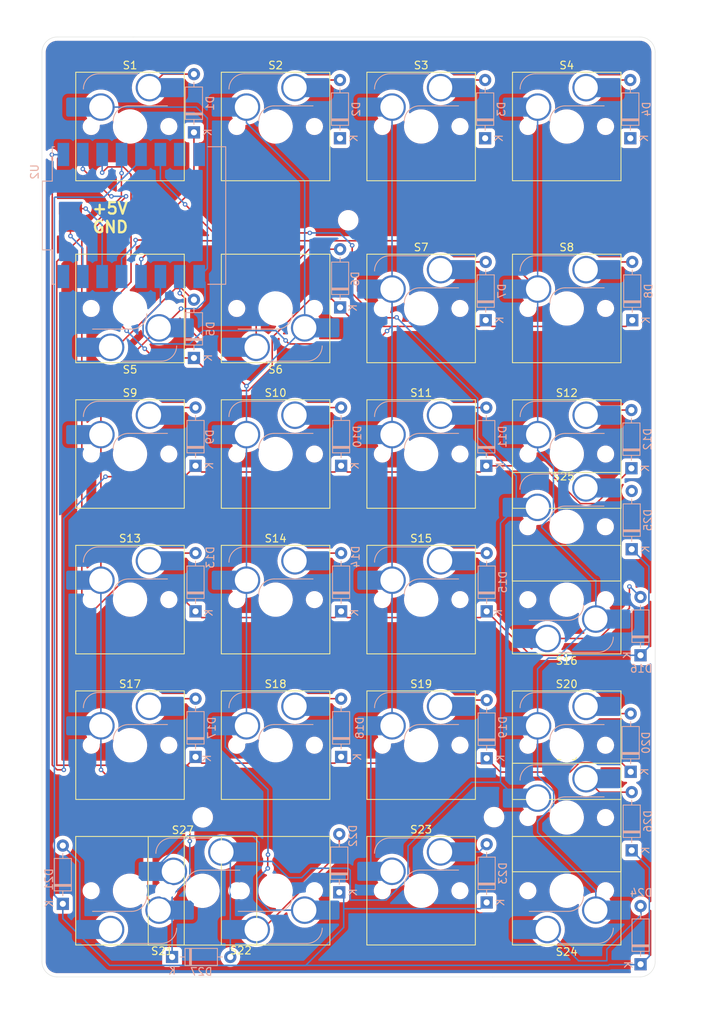
<source format=kicad_pcb>
(kicad_pcb (version 20240108) (generator "pcbnew") (generator_version "8.0")
  (layers (0 "F.Cu" signal) (31 "B.Cu" signal) (34 "B.Paste" user) (35 "F.Paste" user) (36 "B.SilkS" user "B.Silkscreen") (37 "F.SilkS" user "F.Silkscreen") (38 "B.Mask" user) (39 "F.Mask" user) (44 "Edge.Cuts" user))
  (net 0 "")
  (net 1 "Net-(D1-A)")
  (net 2 "Linha 0")
  (net 3 "Net-(D2-A)")
  (net 4 "Net-(D3-A)")
  (net 5 "Net-(D4-A)")
  (net 6 "Net-(D5-A)")
  (net 7 "Linha 1")
  (net 8 "Net-(D6-A)")
  (net 9 "Net-(D7-A)")
  (net 10 "Net-(D8-A)")
  (net 11 "Net-(D9-A)")
  (net 12 "Linha 2")
  (net 13 "Net-(D10-A)")
  (net 14 "Net-(D11-A)")
  (net 15 "Net-(D12-A)")
  (net 16 "Linha 3")
  (net 17 "Net-(D13-A)")
  (net 18 "Net-(D14-A)")
  (net 19 "Net-(D15-A)")
  (net 20 "Net-(D16-A)")
  (net 21 "Linha 4")
  (net 22 "Net-(D18-A)")
  (net 23 "Coluna 0")
  (net 24 "Coluna 1")
  (net 25 "Coluna 2")
  (net 26 "Coluna 3")
  (net 27 "Alimentação +")
  (net 28 "Linha 5")
  (net 29 "Alimentação -")
  (net 30 "Net-(D17-A)")
  (net 31 "Net-(D19-A)")
  (net 32 "Net-(D20-A)")
  (net 33 "Net-(D21-A)")
  (net 36 "Coluna 4")
  (net 38 "Net-(D22-A)")
  (net 39 "Net-(D23-A)")
  (net 40 "Net-(D24-A)")
  (net 41 "Net-(D25-A)")
  (net 42 "Net-(D26-A)")
  (net 43 "Net-(D27-A)")
  (footprint "ScottoKeebs_Hotswap:Hotswap_MX_Plated_1.00u" (layer "F.Cu") (at 93.485 38.6425)
    (property "Reference" "S4")
    (property "Value" "Keyswitch")
  )
  (footprint "ScottoKeebs_Hotswap:Hotswap_MX_Plated_1.00u" (layer "F.Cu") (at 74.435 100.555)
    (property "Reference" "S15")
    (property "Value" "Keyswitch")
  )
  (footprint "ScottoKeebs_Hotswap:Hotswap_MX_Plated_1.00u" (layer "F.Cu") (at 45.82 138.66)
    (property "Reference" "S27")
    (property "Value" "Keyswitch")
  )
  (footprint "ScottoKeebs_Hotswap:Hotswap_MX_Plated_1.00u" (layer "F.Cu") (at 93.48 100.56 180)
    (property "Reference" "S16")
    (property "Value" "Keyswitch")
  )
  (footprint "ScottoKeebs_Hotswap:Hotswap_MX_Plated_1.00u" (layer "F.Cu") (at 36.335 62.455 180)
    (property "Reference" "S5")
    (property "Value" "Keyswitch")
  )
  (footprint "ScottoKeebs_Hotswap:Hotswap_MX_Plated_1.00u" (layer "F.Cu") (at 36.335 38.6425)
    (property "Reference" "S1")
    (property "Value" "Keyswitch")
  )
  (footprint "ScottoKeebs_Hotswap:Hotswap_MX_Plated_1.00u" (layer "F.Cu") (at 55.385 38.6425)
    (property "Reference" "S2")
    (property "Value" "Keyswitch")
  )
  (footprint "ScottoKeebs_Hotswap:Hotswap_MX_Plated_1.00u" (layer "F.Cu") (at 36.335 119.605)
    (property "Reference" "S17")
    (property "Value" "Keyswitch")
  )
  (footprint "" (layer "F.Cu") (at 45.85 129.05)
    (property "Reference" "")
    (property "Value" "")
  )
  (footprint "ScottoKeebs_Hotswap:Hotswap_MX_Plated_1.00u" (layer "F.Cu") (at 93.48 138.65 180)
    (property "Reference" "S24")
    (property "Value" "Keyswitch")
  )
  (footprint "" (layer "F.Cu") (at 83.97 129.02)
    (property "Reference" "")
    (property "Value" "")
  )
  (footprint "ScottoKeebs_Hotswap:Hotswap_MX_Plated_1.00u" (layer "F.Cu") (at 93.46 91.02)
    (property "Reference" "S25")
    (property "Value" "Keyswitch")
  )
  (footprint "ScottoKeebs_Hotswap:Hotswap_MX_Plated_1.00u" (layer "F.Cu") (at 55.385 100.555)
    (property "Reference" "S14")
    (property "Value" "Keyswitch")
  )
  (footprint "ScottoKeebs_Hotswap:Hotswap_MX_Plated_1.00u" (layer "F.Cu") (at 74.43 138.65)
    (property "Reference" "S23")
    (property "Value" "Keyswitch")
  )
  (footprint "ScottoKeebs_Hotswap:Hotswap_MX_Plated_1.00u" (layer "F.Cu") (at 74.435 38.6425)
    (property "Reference" "S3")
    (property "Value" "Keyswitch")
  )
  (footprint "ScottoKeebs_Hotswap:Hotswap_MX_Plated_1.00u" (layer "F.Cu") (at 55.385 119.605)
    (property "Reference" "S18")
    (property "Value" "Keyswitch")
  )
  (footprint "ScottoKeebs_Hotswap:Hotswap_MX_Plated_1.00u" (layer "F.Cu") (at 93.48 129.07)
    (property "Reference" "S26")
    (property "Value" "Keyswitch")
  )
  (footprint "ScottoKeebs_Hotswap:Hotswap_MX_Plated_1.00u" (layer "F.Cu") (at 36.335 100.555)
    (property "Reference" "S13")
    (property "Value" "Keyswitch")
  )
  (footprint "ScottoKeebs_Hotswap:Hotswap_MX_Plated_1.00u" (layer "F.Cu") (at 36.33 138.65 180)
    (property "Reference" "S21")
    (property "Value" "Keyswitch")
  )
  (footprint "ScottoKeebs_Hotswap:Hotswap_MX_Plated_1.00u" (layer "F.Cu") (at 55.385 81.505)
    (property "Reference" "S10")
    (property "Value" "Keyswitch")
  )
  (footprint "ScottoKeebs_Hotswap:Hotswap_MX_Plated_1.00u" (layer "F.Cu") (at 93.48 119.61)
    (property "Reference" "S20")
    (property "Value" "Keyswitch")
  )
  (footprint "ScottoKeebs_Hotswap:Hotswap_MX_Plated_1.00u" (layer "F.Cu") (at 55.385 62.455 180)
    (property "Reference" "S6")
    (property "Value" "Keyswitch")
  )
  (footprint "" (layer "F.Cu") (at 64.89 50.92)
    (property "Reference" "")
    (property "Value" "")
  )
  (footprint "ScottoKeebs_Hotswap:Hotswap_MX_Plated_1.00u" (layer "F.Cu") (at 74.435 81.505)
    (property "Reference" "S11")
    (property "Value" "Keyswitch")
  )
  (footprint "ScottoKeebs_Hotswap:Hotswap_MX_Plated_1.00u" (layer "F.Cu") (at 55.39 138.65 180)
    (property "Reference" "S22")
    (property "Value" "Keyswitch")
  )
  (footprint "ScottoKeebs_Hotswap:Hotswap_MX_Plated_1.00u" (layer "F.Cu") (at 93.4925 81.51)
    (property "Reference" "S12")
    (property "Value" "Keyswitch")
  )
  (footprint "ScottoKeebs_Hotswap:Hotswap_MX_Plated_1.00u" (layer "F.Cu") (at 74.435 62.455)
    (property "Reference" "S7")
    (property "Value" "Keyswitch")
  )
  (footprint "ScottoKeebs_Hotswap:Hotswap_MX_Plated_1.00u" (layer "F.Cu") (at 93.485 62.455)
    (property "Reference" "S8")
    (property "Value" "Keyswitch")
  )
  (footprint "ScottoKeebs_Hotswap:Hotswap_MX_Plated_1.00u" (layer "F.Cu") (at 74.435 119.605)
    (property "Reference" "S19")
    (property "Value" "Keyswitch")
  )
  (footprint "ScottoKeebs_Hotswap:Hotswap_MX_Plated_1.00u" (layer "F.Cu") (at 36.335 81.505)
    (property "Reference" "S9")
    (property "Value" "Keyswitch")
  )
  (footprint "Diode_THT:D_DO-35_SOD27_P7.62mm_Horizontal" (layer "B.Cu") (at 44.91 121.14 90)
    (property "Reference" "D17")
    (property "Value" "Diode")
  )
  (footprint "Diode_THT:D_DO-35_SOD27_P7.62mm_Horizontal" (layer "B.Cu") (at 44.91 102.09 90)
    (property "Reference" "D13")
    (property "Value" "Diode")
  )
  (footprint "Diode_THT:D_DO-35_SOD27_P7.62mm_Horizontal" (layer "B.Cu") (at 82.96 83.05 90)
    (property "Reference" "D11")
    (property "Value" "Diode")
  )
  (footprint "Diode_THT:D_DO-35_SOD27_P7.62mm_Horizontal" (layer "B.Cu") (at 63.96 102.09 90)
    (property "Reference" "D14")
    (property "Value" "Diode")
  )
  (footprint "Diode_THT:D_DO-35_SOD27_P7.62mm_Horizontal" (layer "B.Cu") (at 83.01 121.32 90)
    (property "Reference" "D19")
    (property "Value" "Diode")
  )
  (footprint "Diode_THT:D_DO-35_SOD27_P7.62mm_Horizontal" (layer "B.Cu") (at 101.81 40.18 90)
    (property "Reference" "D4")
    (property "Value" "Diode")
  )
  (footprint "Diode_THT:D_DO-35_SOD27_P7.62mm_Horizontal" (layer "B.Cu") (at 44.7 39.41 90)
    (property "Reference" "D1")
    (property "Value" "Diode")
  )
  (footprint "Diode_THT:D_DO-35_SOD27_P7.62mm_Horizontal" (layer "B.Cu") (at 103.15 148.27 90)
    (property "Reference" "D24")
    (property "Value" "Diode")
  )
  (footprint "Diode_THT:D_DO-35_SOD27_P7.62mm_Horizontal" (layer "B.Cu") (at 83.01 102.09 90)
    (property "Reference" "D15")
    (property "Value" "Diode")
  )
  (footprint "Diode_THT:D_DO-35_SOD27_P7.62mm_Horizontal" (layer "B.Cu") (at 101.855 123.09 90)
    (property "Reference" "D20")
    (property "Value" "Diode")
  )
  (footprint "Diode_THT:D_DO-35_SOD27_P7.62mm_Horizontal" (layer "B.Cu") (at 41.84 147.32)
    (property "Reference" "D27")
    (property "Value" "Diode")
  )
  (footprint "" (layer "B.Cu") (at 28.54 49.4 180)
    (property "Reference" "")
    (property "Value" "")
  )
  (footprint "Diode_THT:D_DO-35_SOD27_P7.62mm_Horizontal" (layer "B.Cu") (at 63.81 40.18 90)
    (property "Reference" "D2")
    (property "Value" "Diode")
  )
  (footprint "Diode_THT:D_DO-35_SOD27_P7.62mm_Horizontal" (layer "B.Cu") (at 63.96 121.14 90)
    (property "Reference" "D18")
    (property "Value" "Diode")
  )
  (footprint "Diode_THT:D_DO-35_SOD27_P7.62mm_Horizontal" (layer "B.Cu") (at 63.72 138.86 90)
    (property "Reference" "D22")
    (property "Value" "Diode")
  )
  (footprint "Diode_THT:D_DO-35_SOD27_P7.62mm_Horizontal" (layer "B.Cu") (at 63.96 83.04 90)
    (property "Reference" "D10")
    (property "Value" "Diode")
  )
  (footprint "Diode_THT:D_DO-35_SOD27_P7.62mm_Horizontal" (layer "B.Cu") (at 101.99 93.96 90)
    (property "Reference" "D25")
    (property "Value" "Diode")
  )
  (footprint "Diode_THT:D_DO-35_SOD27_P7.62mm_Horizontal" (layer "B.Cu") (at 101.95 83.37 90)
    (property "Reference" "D12")
    (property "Value" "Diode")
  )
  (footprint "Diode_THT:D_DO-35_SOD27_P7.62mm_Horizontal" (layer "B.Cu") (at 101.99 133.37 90)
    (property "Reference" "D26")
    (property "Value" "Diode")
  )
  (footprint "Diode_THT:D_DO-35_SOD27_P7.62mm_Horizontal" (layer "B.Cu") (at 44.91 83.04 90)
    (property "Reference" "D9")
    (property "Value" "Diode")
  )
  (footprint "Diode_THT:D_DO-35_SOD27_P7.62mm_Horizontal" (layer "B.Cu") (at 27.54 140.36 90)
    (property "Reference" "D21")
    (property "Value" "Diode")
  )
  (footprint "Diode_THT:D_DO-35_SOD27_P7.62mm_Horizontal" (layer "B.Cu") (at 44.7 68.93 90)
    (property "Reference" "D5")
    (property "Value" "Diode")
  )
  (footprint "Diode_THT:D_DO-35_SOD27_P7.62mm_Horizontal" (layer "B.Cu") (at 82.885 63.99 90)
    (property "Reference" "D7")
    (property "Value" "Diode")
  )
  (footprint "Diode_THT:D_DO-35_SOD27_P7.62mm_Horizontal" (layer "B.Cu") (at 82.81 40.18 90)
    (property "Reference" "D3")
    (property "Value" "Diode")
  )
  (footprint "ESP32-C3-SuperMini:ESP32-C3_SUPERMINI" (layer "B.Cu") (at 37.51 50.29 -90)
    (property "Reference" "U2")
    (property "Value" "ESP32-C3_SUPERMINI_SMD")
  )
  (footprint "" (layer "B.Cu") (at 28.54 51.65 180)
    (property "Reference" "")
    (property "Value" "")
  )
  (footprint "Diode_THT:D_DO-35_SOD27_P7.62mm_Horizontal" (layer "B.Cu") (at 103.14 107.84 90)
    (property "Reference" "D16")
    (property "Value" "Diode")
  )
  (footprint "Diode_THT:D_DO-35_SOD27_P7.62mm_Horizontal" (layer "B.Cu") (at 63.83 62.32 90)
    (property "Reference" "D6")
    (property "Value" "Diode")
  )
  (footprint "Diode_THT:D_DO-35_SOD27_P7.62mm_Horizontal" (layer "B.Cu") (at 83.005 140.185 90)
    (property "Reference" "D23")
    (property "Value" "Diode")
  )
  (footprint "Diode_THT:D_DO-35_SOD27_P7.62mm_Horizontal" (layer "B.Cu") (at 102.06 63.99 90)
    (property "Reference" "D8")
    (property "Value" "Diode")
  )
  (gr_arc (start 26.81 149.93) (mid 25.395786 149.344214) (end 24.81 147.93) (stroke (width 0.05)) (layer "Edge.Cuts"))
  (gr_line (start 24.81 122.18) (end 24.81 147.93) (stroke (width 0.05)) (layer "Edge.Cuts"))
  (gr_arc (start 105.06 147.93) (mid 104.474214 149.344214) (end 103.06 149.93) (stroke (width 0.05)) (layer "Edge.Cuts"))
  (gr_line (start 83.81 149.93) (end 26.81 149.93) (stroke (width 0.05)) (layer "Edge.Cuts"))
  (gr_line (start 36.81 26.93) (end 26.81 26.93) (stroke (width 0.05)) (layer "Edge.Cuts"))
  (gr_line (start 36.81 26.93) (end 103.06 26.93) (stroke (width 0.05)) (layer "Edge.Cuts"))
  (gr_line (start 83.81 149.93) (end 103.06 149.93) (stroke (width 0.05)) (layer "Edge.Cuts"))
  (gr_arc (start 24.81 28.93) (mid 25.395786 27.515786) (end 26.81 26.93) (stroke (width 0.05)) (layer "Edge.Cuts"))
  (gr_arc (start 103.06 26.93) (mid 104.474214 27.515786) (end 105.06 28.93) (stroke (width 0.05)) (layer "Edge.Cuts"))
  (gr_line (start 24.81 116.93) (end 24.81 28.93) (stroke (width 0.05)) (layer "Edge.Cuts"))
  (gr_line (start 105.06 112.18) (end 105.06 147.93) (stroke (width 0.05)) (layer "Edge.Cuts"))
  (gr_line (start 24.81 122.18) (end 24.81 116.93) (stroke (width 0.05)) (layer "Edge.Cuts"))
  (gr_line (start 105.06 112.18) (end 105.06 28.93) (stroke (width 0.05)) (layer "Edge.Cuts"))
  (gr_text "GND" (at 31.28 52.68 0) (layer "F.SilkS") (effects (font (size 1.5 1.5) (thickness 0.3) (bold yes)) (justify left bottom)))
  (gr_text "+5V\n" (at 31.24 50.24 0) (layer "F.SilkS") (effects (font (size 1.5 1.5) (thickness 0.3) (bold yes)) (justify left bottom)))
  (segment (start 44.7 31.79) (end 40.6475 31.79) (width 0.2) (layer "F.Cu") (net 1))
  (segment (start 40.6475 31.79) (end 38.875 33.5625) (width 0.2) (layer "F.Cu") (net 1))
  (segment (start 37.067015 53.5) (end 37.957015 53.5) (width 0.2) (layer "F.Cu") (net 2))
  (segment (start 44.7 46.757015) (end 44.7 39.41) (width 0.2) (layer "F.Cu") (net 2))
  (segment (start 37.957015 53.5) (end 44.7 46.757015) (width 0.2) (layer "F.Cu") (net 2))
  (via (at 37.067015 53.5) (size 0.6) (drill 0.3) (layers "F.Cu" "B.Cu") (net 2))
  (segment (start 37.067015 54.062985) (end 35.23 55.9) (width 0.2) (layer "B.Cu") (net 2))
  (segment (start 37.067015 53.5) (end 37.067015 54.062985) (width 0.2) (layer "B.Cu") (net 2))
  (segment (start 35.23 55.9) (end 35.23 58.275) (width 0.2) (layer "B.Cu") (net 2))
  (segment (start 58.9275 32.56) (end 57.925 33.5625) (width 0.2) (layer "F.Cu") (net 3))
  (segment (start 63.81 32.56) (end 58.9275 32.56) (width 0.2) (layer "F.Cu") (net 3))
  (segment (start 77.9775 32.56) (end 76.975 33.5625) (width 0.2) (layer "F.Cu") (net 4))
  (segment (start 82.81 32.56) (end 77.9775 32.56) (width 0.2) (layer "F.Cu") (net 4))
  (segment (start 97.0275 32.56) (end 96.025 33.5625) (width 0.2) (layer "F.Cu") (net 5))
  (segment (start 101.81 32.56) (end 97.0275 32.56) (width 0.2) (layer "F.Cu") (net 5))
  (segment (start 44.558529 61.31) (end 43.098529 59.85) (width 0.2) (layer "F.Cu") (net 6))
  (segment (start 44.7 61.31) (end 44.558529 61.31) (width 0.2) (layer "F.Cu") (net 6))
  (segment (start 42.263402 59.85) (end 34.578402 67.535) (width 0.2) (layer "F.Cu") (net 6))
  (segment (start 34.578402 67.535) (end 33.795 67.535) (width 0.2) (layer "F.Cu") (net 6))
  (segment (start 43.098529 59.85) (end 42.263402 59.85) (width 0.2) (layer "F.Cu") (net 6))
  (segment (start 48.985 73.215) (end 44.7 68.93) (width 0.2) (layer "F.Cu") (net 7))
  (segment (start 83.7 64.805) (end 101.245 64.805) (width 0.2) (layer "F.Cu") (net 7))
  (segment (start 33.985 63.465) (end 35.892436 65.372436) (width 0.2) (layer "F.Cu") (net 7))
  (segment (start 51.823529 73.215) (end 48.985 73.215) (width 0.2) (layer "F.Cu") (net 7))
  (segment (start 36.467015 44.938486) (end 36.467015 58.999583) (width 0.2) (layer "F.Cu") (net 7))
  (segment (start 36.467015 58.999583) (end 33.985 61.481598) (width 0.2) (layer "F.Cu") (net 7))
  (segment (start 63.83 62.32) (end 62.74 61.23) (width 0.2) (layer "F.Cu") (net 7))
  (segment (start 44.7 68.93) (end 39.47 68.93) (width 0.2) (layer "F.Cu") (net 7))
  (segment (start 82.07 64.805) (end 82.885 63.99) (width 0.2) (layer "F.Cu") (net 7))
  (segment (start 33.44 43.93) (end 35.458529 43.93) (width 0.2) (layer "F.Cu") (net 7))
  (segment (start 54.945 66.242588) (end 54.945 70.093529) (width 0.2) (layer "F.Cu") (net 7))
  (segment (start 66.315 64.805) (end 82.07 64.805) (width 0.2) (layer "F.Cu") (net 7))
  (segment (start 39.47 68.93) (end 38.264265 67.724265) (width 0.2) (layer "F.Cu") (net 7))
  (segment (start 32.69 44.68) (end 33.44 43.93) (width 0.2) (layer "F.Cu") (net 7))
  (segment (start 33.985 61.481598) (end 33.985 63.465) (width 0.2) (layer "F.Cu") (net 7))
  (segment (start 101.245 64.805) (end 102.06 63.99) (width 0.2) (layer "F.Cu") (net 7))
  (segment (start 63.83 62.32) (end 66.315 64.805) (width 0.2) (layer "F.Cu") (net 7))
  (segment (start 62.74 61.23) (end 59.957588 61.23) (width 0.2) (layer "F.Cu") (net 7))
  (segment (start 59.957588 61.23) (end 54.945 66.242588) (width 0.2) (layer "F.Cu") (net 7))
  (segment (start 54.945 70.093529) (end 51.823529 73.215) (width 0.2) (layer "F.Cu") (net 7))
  (segment (start 82.885 63.99) (end 83.7 64.805) (width 0.2) (layer "F.Cu") (net 7))
  (segment (start 35.458529 43.93) (end 36.467015 44.938486) (width 0.2) (layer "F.Cu") (net 7))
  (via (at 35.892436 65.372436) (size 0.6) (drill 0.3) (layers "F.Cu" "B.Cu") (net 7))
  (via (at 32.69 44.68) (size 0.6) (drill 0.3) (layers "F.Cu" "B.Cu") (net 7))
  (via (at 38.264265 67.724265) (size 0.6) (drill 0.3) (layers "F.Cu" "B.Cu") (net 7))
  (segment (start 38.264265 67.724265) (end 38.244265 67.724265) (width 0.2) (layer "B.Cu") (net 7))
  (segment (start 32.69 44.68) (end 32.69 42.305) (width 0.2) (layer "B.Cu") (net 7))
  (segment (start 38.244265 67.724265) (end 35.892436 65.372436) (width 0.2) (layer "B.Cu") (net 7))
  (segment (start 52.845 61.647412) (end 52.845 67.535) (width 0.2) (layer "F.Cu") (net 8))
  (segment (start 63.83 54.7) (end 59.792412 54.7) (width 0.2) (layer "F.Cu") (net 8))
  (segment (start 59.792412 54.7) (end 52.845 61.647412) (width 0.2) (layer "F.Cu") (net 8))
  (segment (start 77.98 56.37) (end 76.975 57.375) (width 0.2) (layer "F.Cu") (net 9))
  (segment (start 82.885 56.37) (end 77.98 56.37) (width 0.2) (layer "F.Cu") (net 9))
  (segment (start 97.03 56.37) (end 96.025 57.375) (width 0.2) (layer "F.Cu") (net 10))
  (segment (start 102.06 56.37) (end 97.03 56.37) (width 0.2) (layer "F.Cu") (net 10))
  (segment (start 39.88 75.42) (end 38.875 76.425) (width 0.2) (layer "F.Cu") (net 11))
  (segment (start 44.91 75.42) (end 39.88 75.42) (width 0.2) (layer "F.Cu") (net 11))
  (segment (start 82.96 83.05) (end 90.320151 83.05) (width 0.2) (layer "F.Cu") (net 12))
  (segment (start 63.145 83.855) (end 63.96 83.04) (width 0.2) (layer "F.Cu") (net 12))
  (segment (start 44.91 83.04) (end 43.48 84.47) (width 0.2) (layer "F.Cu") (net 12))
  (segment (start 43.48 84.47) (end 33.125 84.47) (width 0.2) (layer "F.Cu") (net 12))
  (segment (start 82.155 83.855) (end 82.96 83.05) (width 0.2) (layer "F.Cu") (net 12))
  (segment (start 64.775 83.855) (end 82.155 83.855) (width 0.2) (layer "F.Cu") (net 12))
  (segment (start 44.91 83.04) (end 45.725 83.855) (width 0.2) (layer "F.Cu") (net 12))
  (segment (start 63.96 83.04) (end 64.775 83.855) (width 0.2) (layer "F.Cu") (net 12))
  (segment (start 90.320151 83.05) (end 95.260151 87.99) (width 0.2) (layer "F.Cu") (net 12))
  (segment (start 45.725 83.855) (end 63.145 83.855) (width 0.2) (layer "F.Cu") (net 12))
  (segment (start 26.784315 122.83) (end 26.16 122.205685) (width 0.2) (layer "F.Cu") (net 12))
  (segment (start 26.16 42.38) (end 26.11 42.33) (width 0.2) (layer "F.Cu") (net 12))
  (segment (start 95.260151 87.99) (end 97.33 87.99) (width 0.2) (layer "F.Cu") (net 12))
  (segment (start 27.67 122.83) (end 26.784315 122.83) (width 0.2) (layer "F.Cu") (net 12))
  (segment (start 26.16 122.205685) (end 26.16 42.38) (width 0.2) (layer "F.Cu") (net 12))
  (segment (start 97.33 87.99) (end 101.95 83.37) (width 0.2) (layer "F.Cu") (net 12))
  (via (at 26.11 42.33) (size 0.6) (drill 0.3) (layers "F.Cu" "B.Cu") (net 12))
  (via (at 33.125 84.47) (size 0.6) (drill 0.3) (layers "F.Cu" "B.Cu") (net 12))
  (via (at 27.67 122.83) (size 0.6) (drill 0.3) (layers "F.Cu" "B.Cu") (net 12))
  (segment (start 27.67 122.83) (end 27.67 89.925) (width 0.2) (layer "B.Cu") (net 12))
  (segment (start 27.67 89.925) (end 33.125 84.47) (width 0.2) (layer "B.Cu") (net 12))
  (segment (start 27.585 42.33) (end 27.61 42.305) (width 0.2) (layer "B.Cu") (net 12))
  (segment (start 26.11 42.33) (end 27.585 42.33) (width 0.2) (layer "B.Cu") (net 12))
  (segment (start 58.93 75.42) (end 57.925 76.425) (width 0.2) (layer "F.Cu") (net 13))
  (segment (start 63.96 75.42) (end 58.93 75.42) (width 0.2) (layer "F.Cu") (net 13))
  (segment (start 82.96 75.43) (end 77.97 75.43) (width 0.2) (layer "F.Cu") (net 14))
  (segment (start 77.97 75.43) (end 76.975 76.425) (width 0.2) (layer "F.Cu") (net 14))
  (segment (start 101.95 75.75) (end 96.7125 75.75) (width 0.2) (layer "F.Cu") (net 15))
  (segment (start 96.7125 75.75) (end 96.0325 76.43) (width 0.2) (layer "F.Cu") (net 15))
  (segment (start 30.03 101.09) (end 30.72 101.78) (width 0.2) (layer "F.Cu") (net 16))
  (segment (start 31.762412 101.78) (end 35.337412 98.205) (width 0.2) (layer "F.Cu") (net 16))
  (segment (start 63.145 102.905) (end 63.96 102.09) (width 0.2) (layer "F.Cu") (net 16))
  (segment (start 63.96 102.09) (end 64.775 102.905) (width 0.2) (layer "F.Cu") (net 16))
  (segment (start 30.03 53.600186) (end 30.03 101.09) (width 0.2) (layer "F.Cu") (net 16))
  (segment (start 88.769265 107.849265) (end 83.01 102.09) (width 0.2) (layer "F.Cu") (net 16))
  (segment (start 82.195 102.905) (end 83.01 102.09) (width 0.2) (layer "F.Cu") (net 16))
  (segment (start 44.91 102.09) (end 45.725 102.905) (width 0.2) (layer "F.Cu") (net 16))
  (segment (start 41.025 98.205) (end 44.91 102.09) (width 0.2) (layer "F.Cu") (net 16))
  (segment (start 35.81 47.820186) (end 30.03 53.600186) (width 0.2) (layer "F.Cu") (net 16))
  (segment (start 93.389265 107.849265) (end 88.769265 107.849265) (width 0.2) (layer "F.Cu") (net 16))
  (segment (start 64.775 102.905) (end 82.195 102.905) (width 0.2) (layer "F.Cu") (net 16))
  (segment (start 35.337412 98.205) (end 41.025 98.205) (width 0.2) (layer "F.Cu") (net 16))
  (segment (start 33.737015 47.777015) (end 30.16 44.2) (width 0.2) (layer "F.Cu") (net 16))
  (segment (start 33.897015 47.777015) (end 33.737015 47.777015) (width 0.2) (layer "F.Cu") (net 16))
  (segment (start 35.81 47.78) (end 35.81 47.820186) (width 0.2) (layer "F.Cu") (net 16))
  (segment (start 45.725 102.905) (end 63.145 102.905) (width 0.2) (layer "F.Cu") (net 16))
  (segment (start 30.72 101.78) (end 31.762412 101.78) (width 0.2) (layer "F.Cu") (net 16))
  (via (at 35.81 47.78) (size 0.6) (drill 0.3) (layers "F.Cu" "B.Cu") (net 16))
  (via (at 30.16 44.2) (size 0.6) (drill 0.3) (layers "F.Cu" "B.Cu") (net 16))
  (via (at 93.389265 107.849265) (size 0.6) (drill 0.3) (layers "F.Cu" "B.Cu") (net 16))
  (via (at 33.897015 47.777015) (size 0.6) (drill 0.3) (layers "F.Cu" "B.Cu") (net 16))
  (segment (start 98.650735 107.849265) (end 98.66 107.84) (width 0.2) (layer "B.Cu") (net 16))
  (segment (start 98.66 107.84) (end 103.14 107.84) (width 0.2) (layer "B.Cu") (net 16))
  (segment (start 104.24 96.21) (end 101.99 93.96) (width 0.2) (layer "B.Cu") (net 16))
  (segment (start 33.9 47.78) (end 33.897015 47.777015) (width 0.2) (layer "B.Cu") (net 16))
  (segment (start 35.81 47.78) (end 33.9 47.78) (width 0.2) (layer "B.Cu") (net 16))
  (segment (start 103.14 107.84) (end 104.24 106.74) (width 0.2) (layer "B.Cu") (net 16))
  (segment (start 30.16 44.2) (end 30.16 42.315) (width 0.2) (layer "B.Cu") (net 16))
  (segment (start 104.24 106.74) (end 104.24 96.21) (width 0.2) (layer "B.Cu") (net 16))
  (segment (start 98.650735 107.849265) (end 93.389265 107.849265) (width 0.2) (layer "B.Cu") (net 16))
  (segment (start 30.16 42.315) (end 30.15 42.305) (width 0.2) (layer "B.Cu") (net 16))
  (segment (start 39.88 94.47) (end 38.875 95.475) (width 0.2) (layer "F.Cu") (net 17))
  (segment (start 44.91 94.47) (end 39.88 94.47) (width 0.2) (layer "F.Cu") (net 17))
  (segment (start 63.96 94.47) (end 58.93 94.47) (width 0.2) (layer "F.Cu") (net 18))
  (segment (start 58.93 94.47) (end 57.925 95.475) (width 0.2) (layer "F.Cu") (net 18))
  (segment (start 83.01 94.47) (end 77.98 94.47) (width 0.2) (layer "F.Cu") (net 19))
  (segment (start 77.98 94.47) (end 76.975 95.475) (width 0.2) (layer "F.Cu") (net 19))
  (segment (start 101.69 101.669849) (end 97.719849 105.64) (width 0.2) (layer "F.Cu") (net 20))
  (segment (start 101.69 98.84) (end 101.69 101.669849) (width 0.2) (layer "F.Cu") (net 20))
  (segment (start 97.719849 105.64) (end 90.94 105.64) (width 0.2) (layer "F.Cu") (net 20))
  (via (at 101.69 98.84) (size 0.6) (drill 0.3) (layers "F.Cu" "B.Cu") (net 20))
  (segment (start 103.14 100.22) (end 101.76 98.84) (width 0.2) (layer "B.Cu") (net 20))
  (segment (start 101.76 98.84) (end 101.69 98.84) (width 0.2) (layer "B.Cu") (net 20))
  (segment (start 101.68 98.83) (end 101.69 98.84) (width 0.2) (layer "B.Cu") (net 20))
  (segment (start 93.92 123.120151) (end 95.150151 121.89) (width 0.2) (layer "F.Cu") (net 21))
  (segment (start 95.150151 121.89) (end 100.655 121.89) (width 0.2) (layer "F.Cu") (net 21))
  (segment (start 44.91 121.14) (end 45.725 121.955) (width 0.2) (layer "F.Cu") (net 21))
  (segment (start 43.82 122.23) (end 44.91 121.14) (width 0.2) (layer "F.Cu") (net 21))
  (segment (start 35.21 44.76697) (end 35.21 47.8545) (width 0.2) (layer "F.Cu") (net 21))
  (segment (start 44.16 122.57) (end 43.82 122.23) (width 0.2) (layer "F.Cu") (net 21))
  (segment (start 44.16 132.15) (end 44.16 122.57) (width 0.2) (layer "F.Cu") (net 21))
  (segment (start 83.01 121.32) (end 84.810151 123.120151) (width 0.2) (layer "F.Cu") (net 21))
  (segment (start 82.375 121.955) (end 83.01 121.32) (width 0.2) (layer "F.Cu") (net 21))
  (segment (start 84.810151 123.120151) (end 93.92 123.120151) (width 0.2) (layer "F.Cu") (net 21))
  (segment (start 100.655 121.89) (end 101.855 123.09) (width 0.2) (layer "F.Cu") (net 21))
  (segment (start 63.96 121.14) (end 64.775 121.955) (width 0.2) (layer "F.Cu") (net 21))
  (segment (start 26.75 56.3145) (end 26.75 122.23) (width 0.2) (layer "F.Cu") (net 21))
  (segment (start 35.233485 44.743485) (end 35.21 44.76697) (width 0.2) (layer "F.Cu") (net 21))
  (segment (start 64.775 121.955) (end 82.375 121.955) (width 0.2) (layer "F.Cu") (net 21))
  (segment (start 26.75 122.23) (end 43.82 122.23) (width 0.2) (layer "F.Cu") (net 21))
  (segment (start 45.725 121.955) (end 63.145 121.955) (width 0.2) (layer "F.Cu") (net 21))
  (segment (start 63.145 121.955) (end 63.96 121.14) (width 0.2) (layer "F.Cu") (net 21))
  (segment (start 35.21 47.8545) (end 26.75 56.3145) (width 0.2) (layer "F.Cu") (net 21))
  (via (at 44.16 132.15) (size 0.6) (drill 0.3) (layers "F.Cu" "B.Cu") (net 21))
  (via (at 35.233485 44.743485) (size 0.6) (drill 0.3) (layers "F.Cu" "B.Cu") (net 21))
  (segment (start 35.233485 44.123485) (end 35.23 44.12) (width 0.2) (layer "B.Cu") (net 21))
  (segment (start 41.84 139.292412) (end 44.16 136.972412) (width 0.2) (layer "B.Cu") (net 21))
  (segment (start 44.16 136.972412) (end 44.16 132.15) (width 0.2) (layer "B.Cu") (net 21))
  (segment (start 41.84 147.32) (end 41.84 139.292412) (width 0.2) (layer "B.Cu") (net 21))
  (segment (start 35.23 44.12) (end 35.23 42.305) (width 0.2) (layer "B.Cu") (net 21))
  (segment (start 35.233485 44.743485) (end 35.233485 44.123485) (width 0.2) (layer "B.Cu") (net 21))
  (segment (start 63.96 113.52) (end 58.93 113.52) (width 0.2) (layer "F.Cu") (net 22))
  (segment (start 58.93 113.52) (end 57.925 114.525) (width 0.2) (layer "F.Cu") (net 22))
  (segment (start 43 62.602412) (end 43 62.48) (width 0.2) (layer "F.Cu") (net 23))
  (segment (start 32.525 98.015) (end 32.525 78.965) (width 0.2) (layer "F.Cu") (net 23))
  (segment (start 40.145 64.995) (end 40.607412 64.995) (width 0.2) (layer "F.Cu") (net 23))
  (segment (start 38.68 139.73) (end 38.68 128.97) (width 0.2) (layer "F.Cu") (net 23))
  (segment (start 40.14 141.19) (end 38.68 139.73) (width 0.2) (layer "F.Cu") (net 23))
  (segment (start 40.607412 64.995) (end 43 62.602412) (width 0.2) (layer "F.Cu") (net 23))
  (segment (start 32.525 78.965) (end 32.525 72.615) (width 0.2) (layer "F.Cu") (net 23))
  (segment (start 38.68 128.97) (end 32.54 122.83) (width 0.2) (layer "F.Cu") (net 23))
  (segment (start 32.525 72.615) (end 40.145 64.995) (width 0.2) (layer "F.Cu") (net 23))
  (via (at 32.54 122.83) (size 0.6) (drill 0.3) (layers "F.Cu" "B.Cu") (net 23))
  (via (at 43 62.48) (size 0.6) (drill 0.3) (layers "F.Cu" "B.Cu") (net 23))
  (segment (start 46.15 61.415635) (end 46.15 59.035) (width 0.2) (layer "B.Cu") (net 23))
  (segment (start 45.0025 36.1025) (end 32.525 36.1025) (width 0.2) (layer "B.Cu") (net 23))
  (segment (start 32.525 117.065) (end 32.525 98.015) (width 0.2) (layer "B.Cu") (net 23))
  (segment (start 45.085635 62.48) (end 46.15 61.415635) (width 0.2) (layer "B.Cu") (net 23))
  (segment (start 32.54 122.83) (end 32.525 122.815) (width 0.2) (layer "B.Cu") (net 23))
  (segment (start 45.39 58.275) (end 46.452 57.213) (width 0.2) (layer "B.Cu") (net 23))
  (segment (start 46.452 57.213) (end 46.452 37.552) (width 0.2) (layer "B.Cu") (net 23))
  (segment (start 32.525 122.815) (end 32.525 117.065) (width 0.2) (layer "B.Cu") (net 23))
  (segment (start 46.15 59.035) (end 45.39 58.275) (width 0.2) (layer "B.Cu") (net 23))
  (segment (start 46.452 37.552) (end 45.0025 36.1025) (width 0.2) (layer "B.Cu") (net 23))
  (segment (start 43 62.48) (end 45.085635 62.48) (width 0.2) (layer "B.Cu") (net 23))
  (segment (start 42.85 60.45) (end 43.6 61.2) (width 0.2) (layer "F.Cu") (net 24))
  (segment (start 54.36 135.73) (end 54.36 133.96) (width 0.2) (layer "F.Cu") (net 24))
  (segment (start 43.6 61.2) (end 43.6 64.64) (width 0.2) (layer "F.Cu") (net 24))
  (segment (start 43.6 64.64) (end 51.575 72.615) (width 0.2) (layer "F.Cu") (net 24))
  (segment (start 54.36 133.96) (end 54.39 133.93) (width 0.2) (layer "F.Cu") (net 24))
  (via (at 54.39 133.93) (size 0.6) (drill 0.3) (layers "F.Cu" "B.Cu") (net 24))
  (via (at 51.575 72.615) (size 0.6) (drill 0.3) (layers "F.Cu" "B.Cu") (net 24))
  (via (at 42.85 60.45) (size 0.6) (drill 0.3) (layers "F.Cu" "B.Cu") (net 24))
  (via (at 54.36 135.73) (size 0.6) (drill 0.3) (layers "F.Cu" "B.Cu") (net 24))
  (segment (start 59.2 141.19) (end 54.606598 141.19) (width 0.2) (layer "B.Cu") (net 24))
  (segment (start 54.39 133.93) (end 54.39 125.422412) (width 0.2) (layer "B.Cu") (net 24))
  (segment (start 54.39 125.422412) (end 48.8 119.832412) (width 0.2) (layer "B.Cu") (net 24))
  (segment (start 51.575 98.015) (end 51.575 78.965) (width 0.2) (layer "B.Cu") (net 24))
  (segment (start 53.04 137.05) (end 54.36 135.73) (width 0.2) (layer "B.Cu") (net 24))
  (segment (start 48.8 119.832412) (end 48.8 117.065) (width 0.2) (layer "B.Cu") (net 24))
  (segment (start 51.575 98.015) (end 51.575 117.065) (width 0.2) (layer "B.Cu") (net 24))
  (segment (start 54.606598 141.19) (end 53.04 139.623402) (width 0.2) (layer "B.Cu") (net 24))
  (segment (start 51.575 78.965) (end 51.575 72.615) (width 0.2) (layer "B.Cu") (net 24))
  (segment (start 59.195 64.995) (end 59.195 45.775902) (width 0.2) (layer "B.Cu") (net 24))
  (segment (start 59.195 45.775902) (end 51.575 38.155902) (width 0.2) (layer "B.Cu") (net 24))
  (segment (start 53.04 139.623402) (end 53.04 137.05) (width 0.2) (layer "B.Cu") (net 24))
  (segment (start 51.575 38.155902) (end 51.575 36.1025) (width 0.2) (layer "B.Cu") (net 24))
  (segment (start 51.575 72.615) (end 59.195 64.995) (width 0.2) (layer "B.Cu") (net 24))
  (segment (start 42.85 60.45) (end 42.85 58.275) (width 0.2) (layer "B.Cu") (net 24))
  (segment (start 68.28 67.095) (end 69.97 65.405) (width 0.2) (layer "F.Cu") (net 25))
  (segment (start 56.700735 66.640735) (end 57.155 67.095) (width 0.2) (layer "F.Cu") (net 25))
  (segment (start 57.155 67.095) (end 68.28 67.095) (width 0.2) (layer "F.Cu") (net 25))
  (via (at 69.97 65.405) (size 0.6) (drill 0.3) (layers "F.Cu" "B.Cu") (net 25))
  (via (at 56.700735 66.640735) (size 0.6) (drill 0.3) (layers "F.Cu" "B.Cu") (net 25))
  (segment (start 70.625 98.015) (end 70.625 78.965) (width 0.2) (layer "B.Cu") (net 25))
  (segment (start 70.625 78.965) (end 70.625 59.915) (width 0.2) (layer "B.Cu") (net 25))
  (segment (start 70.625 117.065) (end 70.625 98.015) (width 0.2) (layer "B.Cu") (net 25))
  (segment (start 70.625 59.915) (end 70.625 36.1025) (width 0.2) (layer "B.Cu") (net 25))
  (segment (start 40.31 58.275) (end 40.31 61.860151) (width 0.2) (layer "B.Cu") (net 25))
  (segment (start 67.845 136.11) (end 67.845 117.07) (width 0.2) (layer "B.Cu") (net 25))
  (segment (start 70.625 64.75) (end 70.625 59.915) (width 0.2) (layer "B.Cu") (net 25))
  (segment (start 38.045 64.125151) (end 38.045 65.864849) (width 0.2) (layer "B.Cu") (net 25))
  (segment (start 67.845 117.07) (end 67.85 117.065) (width 0.2) (layer "B.Cu") (net 25))
  (segment (start 69.97 65.405) (end 70.625 64.75) (width 0.2) (layer "B.Cu") (net 25))
  (segment (start 55.415 65.355) (end 56.700735 66.640735) (width 0.2) (layer "B.Cu") (net 25))
  (segment (start 40.31 61.860151) (end 38.045 64.125151) (width 0.2) (layer "B.Cu") (net 25))
  (segment (start 44.129744 67.095) (end 45.869744 65.355) (width 0.2) (layer "B.Cu") (net 25))
  (segment (start 39.275151 67.095) (end 44.129744 67.095) (width 0.2) (layer "B.Cu") (net 25))
  (segment (start 38.045 65.864849) (end 39.275151 67.095) (width 0.2) (layer "B.Cu") (net 25))
  (segment (start 45.869744 65.355) (end 55.415 65.355) (width 0.2) (layer "B.Cu") (net 25))
  (segment (start 83.36 53.6) (end 89.675 59.915) (width 0.2) (layer "F.Cu") (net 26))
  (segment (start 37.805 55.995) (end 40.2 53.6) (width 0.2) (layer "F.Cu") (net 26))
  (segment (start 40.2 53.6) (end 83.36 53.6) (width 0.2) (layer "F.Cu") (net 26))
  (via (at 37.805 55.995) (size 0.6) (drill 0.3) (layers "F.Cu" "B.Cu") (net 26))
  (segment (start 97.29 138.644416) (end 89.67 131.024416) (width 0.2) (layer "B.Cu") (net 26))
  (segment (start 89.67 129.556598) (end 89.67 131.024416) (width 0.2) (layer "B.Cu") (net 26))
  (segment (start 89.78 79.0675) (end 89.6825 78.97) (width 0.2) (layer "B.Cu") (net 26))
  (segment (start 97.29 97.993402) (end 97.11 97.993402) (width 0.2) (layer "B.Cu") (net 26))
  (segment (start 89.67 117.07) (end 89.67 123.560151) (width 0.2) (layer "B.Cu") (net 26))
  (segment (start 89.67 117.07) (end 89.67 109.62) (width 0.2) (layer "B.Cu") (net 26))
  (segment (start 37.77 56.03) (end 37.77 58.275) (width 0.2) (layer "B.Cu") (net 26))
  (segment (start 97.29 103.1) (end 97.29 97.993402) (width 0.2) (layer "B.Cu") (net 26))
  (segment (start 91.75 83.115088) (end 89.6825 81.047588) (width 0.2) (layer "B.Cu") (net 26))
  (segment (start 89.67 123.560151) (end 91.773299 125.66345) (width 0.2) (layer "B.Cu") (net 26))
  (segment (start 89.6825 81.047588) (end 89.6825 78.97) (width 0.2) (layer "B.Cu") (net 26))
  (segment (start 97.11 97.993402) (end 90.22 91.103402) (width 0.2) (layer "B.Cu") (net 26))
  (segment (start 97.29 141.19) (end 97.29 138.644416) (width 0.2) (layer "B.Cu") (net 26))
  (segment (start 90.22 91.103402) (end 90.22 90.879849) (width 0.2) (layer "B.Cu") (net 26))
  (segment (start 92.19 108.2) (end 97.29 103.1) (width 0.2) (layer "B.Cu") (net 26))
  (segment (start 91.773299 127.453299) (end 89.67 129.556598) (width 0.2) (layer "B.Cu") (net 26))
  (segment (start 91.09 108.2) (end 92.19 108.2) (width 0.2) (layer "B.Cu") (net 26))
  (segment (start 91.773299 125.66345) (end 91.773299 127.453299) (width 0.2) (layer "B.Cu") (net 26))
  (segment (start 89.6825 78.97) (end 89.6825 59.9225) (width 0.2) (layer "B.Cu") (net 26))
  (segment (start 89.6825 59.9225) (end 89.675 59.915) (width 0.2) (layer "B.Cu") (net 26))
  (segment (start 89.67 109.62) (end 91.09 108.2) (width 0.2) (layer "B.Cu") (net 26))
  (segment (start 37.805 55.995) (end 37.77 56.03) (width 0.2) (layer "B.Cu") (net 26))
  (segment (start 91.75 89.349849) (end 91.75 83.115088) (width 0.2) (layer "B.Cu") (net 26))
  (segment (start 89.675 59.915) (end 89.675 36.1025) (width 0.2) (layer "B.Cu") (net 26))
  (segment (start 90.22 90.879849) (end 91.75 89.349849) (width 0.2) (layer "B.Cu") (net 26))
  (segment (start 30.53 49.39) (end 28.55 49.39) (width 0.2) (layer "F.Cu") (net 27))
  (segment (start 28.55 49.39) (end 28.54 49.4) (width 0.2) (layer "F.Cu") (net 27))
  (via (at 30.53 49.39) (size 0.6) (drill 0.3) (layers "F.Cu" "B.Cu") (net 27))
  (segment (start 30.53 49.39) (end 32.69 51.55) (width 0.2) (layer "B.Cu") (net 27))
  (segment (start 32.69 51.55) (end 32.69 58.275) (width 0.2) (layer "B.Cu") (net 27))
  (segment (start 103.2 148.32) (end 99.06 148.32) (width 0.2) (layer "B.Cu") (net 28))
  (segment (start 103.2 148.32) (end 104.3 147.22) (width 0.2) (layer "B.Cu") (net 28))
  (segment (start 32.9355 47.89) (end 37.77 43.0555) (width 0.2) (layer "B.Cu") (net 28))
  (segment (start 104.3 135.68) (end 101.99 133.37) (width 0.2) (layer "B.Cu") (net 28))
  (segment (start 26.52 47.89) (end 32.9355 47.89) (width 0.2) (layer "B.Cu") (net 28))
  (segment (start 27.54 142.294744) (end 27.54 140.36) (width 0.2) (layer "B.Cu") (net 28))
  (segment (start 64.3 143.449744) (end 59.309744 148.44) (width 0.2) (layer "B.Cu") (net 28))
  (segment (start 83.005 140.185) (end 82.19 141) (width 0.2) (layer "B.Cu") (net 28))
  (segment (start 26.44 47.97) (end 26.52 47.89) (width 0.2) (layer "B.Cu") (net 28))
  (segment (start 99.06 148.32) (end 98.96 148.42) (width 0.2) (layer "B.Cu") (net 28))
  (segment (start 64.3 141) (end 64.3 139.44) (width 0.2) (layer "B.Cu") (net 28))
  (segment (start 82.19 141) (end 64.3 141) (width 0.2) (layer "B.Cu") (net 28))
  (segment (start 33.665256 148.42) (end 98.96 148.42) (width 0.2) (layer "B.Cu") (net 28))
  (segment (start 26.44 139.26) (end 26.44 47.97) (width 0.2) (layer "B.Cu") (net 28))
  (segment (start 64.3 139.44) (end 63.72 138.86) (width 0.2) (layer "B.Cu") (net 28))
  (segment (start 59.309744 148.44) (end 42.96 148.44) (width 0.2) (layer "B.Cu") (net 28))
  (segment (start 37.77 43.0555) (end 37.77 42.305) (width 0.2) (layer "B.Cu") (net 28))
  (segment (start 27.54 140.36) (end 26.44 139.26) (width 0.2) (layer "B.Cu") (net 28))
  (segment (start 64.3 141) (end 64.3 143.449744) (width 0.2) (layer "B.Cu") (net 28))
  (segment (start 32.565256 147.32) (end 27.54 142.294744) (width 0.2) (layer "B.Cu") (net 28))
  (segment (start 104.3 147.22) (end 104.3 135.68) (width 0.2) (layer "B.Cu") (net 28))
  (segment (start 27.54 142.294744) (end 33.665256 148.42) (width 0.2) (layer "B.Cu") (net 28))
  (segment (start 28.54 52.98) (end 28.54 51.65) (width 0.2) (layer "F.Cu") (net 29))
  (via (at 28.54 52.98) (size 0.6) (drill 0.3) (layers "F.Cu" "B.Cu") (net 29))
  (segment (start 28.54 52.98) (end 30.15 54.59) (width 0.2) (layer "B.Cu") (net 29))
  (segment (start 30.15 54.59) (end 30.15 58.275) (width 0.2) (layer "B.Cu") (net 29))
  (segment (start 39.88 113.52) (end 38.875 114.525) (width 0.2) (layer "F.Cu") (net 30))
  (segment (start 44.91 113.52) (end 39.88 113.52) (width 0.2) (layer "F.Cu") (net 30))
  (segment (start 83.01 113.7) (end 77.8 113.7) (width 0.2) (layer "F.Cu") (net 31))
  (segment (start 77.8 113.7) (end 76.975 114.525) (width 0.2) (layer "F.Cu") (net 31))
  (segment (start 101.855 115.47) (end 96.96 115.47) (width 0.2) (layer "F.Cu") (net 32))
  (segment (start 96.96 115.47) (end 96.02 114.53) (width 0.2) (layer "F.Cu") (net 32))
  (segment (start 29.76 134.96) (end 27.54 132.74) (width 0.2) (layer "B.Cu") (net 33))
  (segment (start 31.01 143.73) (end 29.76 142.48) (width 0.2) (layer "B.Cu") (net 33))
  (segment (start 29.76 142.48) (end 29.76 134.96) (width 0.2) (layer "B.Cu") (net 33))
  (segment (start 47.28 52.57) (end 43.54 48.83) (width 0.2) (layer "F.Cu") (net 36))
  (segment (start 71.165 63.68) (end 68.6 63.68) (width 0.2) (layer "F.Cu") (net 36))
  (segment (start 59.86 52.57) (end 47.28 52.57) (width 0.2) (layer "F.Cu") (net 36))
  (segment (start 68.6 63.68) (end 65.41 60.49) (width 0.2) (layer "F.Cu") (net 36))
  (segment (start 71.225 63.62) (end 71.165 63.68) (width 0.2) (layer "F.Cu") (net 36))
  (segment (start 65.41 60.49) (end 65.41 54.2) (width 0.2) (layer "F.Cu") (net 36))
  (via (at 65.41 54.2) (size 0.6) (drill 0.3) (layers "F.Cu" "B.Cu") (net 36))
  (via (at 43.54 48.83) (size 0.6) (drill 0.3) (layers "F.Cu" "B.Cu") (net 36))
  (via (at 59.86 52.57) (size 0.6) (drill 0.3) (layers "F.Cu" "B.Cu") (net 36))
  (via (at 71.225 63.62) (size 0.6) (drill 0.3) (layers "F.Cu" "B.Cu") (net 36))
  (segment (start 52.349744 131.48) (end 43.875 131.48) (width 0.2) (layer "B.Cu") (net 36))
  (segment (start 86.875 88.48) (end 86.875 84.385) (width 0.2) (layer "B.Cu") (net 36))
  (segment (start 81.044849 124.455) (end 72.72 132.779849) (width 0.2) (layer "B.Cu") (net 36))
  (segment (start 84.82 124.455) (end 81.044849 124.455) (width 0.2) (layer "B.Cu") (net 36))
  (segment (start 72.72 132.779849) (end 72.72 137.012412) (width 0.2) (layer "B.Cu") (net 36))
  (segment (start 81.83 79.34) (end 81.83 74.225) (width 0.2) (layer "B.Cu") (net 36))
  (segment (start 58.799849 136.94) (end 57.060151 136.94) (width 0.2) (layer "B.Cu") (net 36))
  (segment (start 54.934895 134.814744) (end 53.215 134.814744) (width 0.2) (layer "B.Cu") (net 36))
  (segment (start 81.83 74.225) (end 71.225 63.62) (width 0.2) (layer "B.Cu") (net 36))
  (segment (start 65.155 139.875) (end 65.155 135.980256) (width 0.2) (layer "B.Cu") (net 36))
  (segment (start 65.155 135.980256) (end 64.884593 135.709849) (width 0.2) (layer "B.Cu") (net 36))
  (segment (start 53.215 132.345256) (end 52.349744 131.48) (width 0.2) (layer "B.Cu") (net 36))
  (segment (start 43.54 48.83) (end 40.31 45.6) (width 0.2) (layer "B.Cu") (net 36))
  (segment (start 65.41 54.2) (end 63.78 52.57) (width 0.2) (layer "B.Cu") (net 36))
  (segment (start 63.78 52.57) (end 59.86 52.57) (width 0.2) (layer "B.Cu") (net 36))
  (segment (start 39.655 135.7) (end 39.655 136.12) (width 0.2) (layer "B.Cu") (net 36))
  (segment (start 43.875 131.48) (end 39.655 135.7) (width 0.2) (layer "B.Cu") (net 36))
  (segment (start 60.03 135.709849) (end 58.799849 136.94) (width 0.2) (layer "B.Cu") (net 36))
  (segment (start 40.31 45.6) (end 40.31 42.305) (width 0.2) (layer "B.Cu") (net 36))
  (segment (start 69.857412 139.875) (end 65.155 139.875) (width 0.2) (layer "B.Cu") (net 36))
  (segment (start 86.895 126.53) (end 84.82 124.455) (width 0.2) (layer "B.Cu") (net 36))
  (segment (start 57.060151 136.94) (end 54.934895 134.814744) (width 0.2) (layer "B.Cu") (net 36))
  (segment (start 64.884593 135.709849) (end 60.03 135.709849) (width 0.2) (layer "B.Cu") (net 36))
  (segment (start 86.875 84.385) (end 81.83 79.34) (width 0.2) (layer "B.Cu") (net 36))
  (segment (start 84.82 90.535) (end 86.875 88.48) (width 0.2) (layer "B.Cu") (net 36))
  (segment (start 53.215 134.814744) (end 53.215 132.345256) (width 0.2) (layer "B.Cu") (net 36))
  (segment (start 84.82 124.455) (end 84.82 90.535) (width 0.2) (layer "B.Cu") (net 36))
  (segment (start 72.72 137.012412) (end 69.857412 139.875) (width 0.2) (layer "B.Cu") (net 36))
  (segment (start 63.72 133.643402) (end 63.72 131.24) (width 0.2) (layer "F.Cu") (net 38))
  (segment (start 52.85 143.73) (end 53.633402 143.73) (width 0.2) (layer "F.Cu") (net 38))
  (segment (start 53.633402 143.73) (end 63.72 133.643402) (width 0.2) (layer "F.Cu") (net 38))
  (segment (start 79.75 133.57) (end 82 133.57) (width 0.2) (layer "B.Cu") (net 39))
  (segment (start 82 133.57) (end 83.005 132.565) (width 0.2) (layer "B.Cu") (net 39))
  (segment (start 96.89 147.82) (end 98.71147 147.82) (width 0.2) (layer "B.Cu") (net 40))
  (segment (start 103.2 141.83137) (end 98.740735 146.290635) (width 0.2) (layer "B.Cu") (net 40))
  (segment (start 95.03 147.82) (end 96.89 147.82) (width 0.2) (layer "B.Cu") (net 40))
  (segment (start 98.740735 146.290635) (end 98.740735 147.790735) (width 0.2) (layer "B.Cu") (net 40))
  (segment (start 103.2 140.7) (end 103.2 141.83137) (width 0.2) (layer "B.Cu") (net 40))
  (segment (start 98.71147 147.82) (end 98.740735 147.790735) (width 0.2) (layer "B.Cu") (net 40))
  (segment (start 90.94 143.73) (end 95.03 147.82) (width 0.2) (layer "B.Cu") (net 40))
  (segment (start 97.78 125.75) (end 96.02 123.99) (width 0.2) (layer "F.Cu") (net 42))
  (segment (start 101.99 125.75) (end 97.78 125.75) (width 0.2) (layer "F.Cu") (net 42))
  (segment (start 49.46 147.32) (end 49.46 134.66) (width 0.2) (layer "B.Cu") (net 43))
  (segment (start 49.46 134.66) (end 48.38 133.58) (width 0.2) (layer "B.Cu") (net 43))
  (zone (net 0) (net_name "") (layers "F&B.Cu") (connect_pads (clearance 0.5)) (min_thickness 0.25) (fill yes (thermal_gap 0.5) (thermal_bridge_width 0.5) (island_removal_mode 1) (island_area_min 10))
    (polygon (pts (xy 19.52 22.09) (xy 111.32 22.09) (xy 110.93 156.11) (xy 19.32 155.91)))
  )
)
</source>
